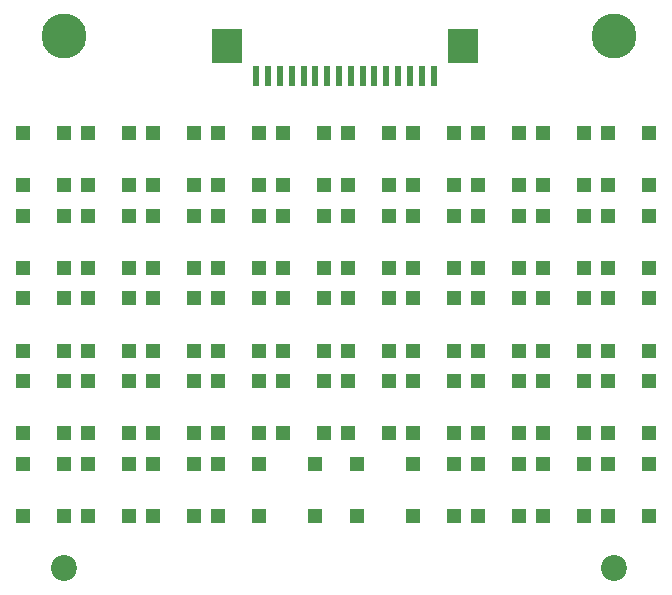
<source format=gbr>
%TF.GenerationSoftware,KiCad,Pcbnew,8.0.6-1.fc40*%
%TF.CreationDate,2025-02-15T15:48:19+01:00*%
%TF.ProjectId,airMouse-keyboard,6169724d-6f75-4736-952d-6b6579626f61,RC1*%
%TF.SameCoordinates,Original*%
%TF.FileFunction,Soldermask,Top*%
%TF.FilePolarity,Negative*%
%FSLAX46Y46*%
G04 Gerber Fmt 4.6, Leading zero omitted, Abs format (unit mm)*
G04 Created by KiCad (PCBNEW 8.0.6-1.fc40) date 2025-02-15 15:48:19*
%MOMM*%
%LPD*%
G01*
G04 APERTURE LIST*
%ADD10R,0.600000X1.800000*%
%ADD11R,2.500000X3.000000*%
%ADD12C,3.800000*%
%ADD13C,2.200000*%
%ADD14R,1.200000X1.200000*%
G04 APERTURE END LIST*
D10*
%TO.C,J1*%
X121250000Y-80400000D03*
X120250000Y-80400000D03*
X119250000Y-80400000D03*
X118250000Y-80400000D03*
X117250000Y-80400000D03*
X116250000Y-80400000D03*
X115250000Y-80400000D03*
X114250000Y-80400000D03*
X113250000Y-80400000D03*
X112250000Y-80400000D03*
X111250000Y-80400000D03*
X110250000Y-80400000D03*
X109250000Y-80400000D03*
X108250000Y-80400000D03*
X107250000Y-80400000D03*
X106250000Y-80400000D03*
D11*
X123750000Y-77800000D03*
X103750000Y-77800000D03*
%TD*%
D12*
%TO.C,H4*%
X90000000Y-77000000D03*
%TD*%
%TO.C,H3*%
X136500000Y-77000000D03*
%TD*%
D13*
%TO.C,H2*%
X90000000Y-122000000D03*
%TD*%
%TO.C,H1*%
X136500000Y-122000000D03*
%TD*%
D14*
%TO.C,SW24*%
X103000000Y-99175000D03*
X103000000Y-103625000D03*
X106500000Y-99175000D03*
X106500000Y-103625000D03*
%TD*%
%TO.C,SW9*%
X130500000Y-85175000D03*
X130500000Y-89625000D03*
X134000000Y-85175000D03*
X134000000Y-89625000D03*
%TD*%
%TO.C,SW44*%
X103000000Y-113175000D03*
X103000000Y-117625000D03*
X106500000Y-113175000D03*
X106500000Y-117625000D03*
%TD*%
%TO.C,SW33*%
X97500000Y-106175000D03*
X97500000Y-110625000D03*
X101000000Y-106175000D03*
X101000000Y-110625000D03*
%TD*%
%TO.C,SW3*%
X97500000Y-85175000D03*
X97500000Y-89625000D03*
X101000000Y-85175000D03*
X101000000Y-89625000D03*
%TD*%
%TO.C,SW1*%
X86500000Y-85175000D03*
X86500000Y-89625000D03*
X90000000Y-85175000D03*
X90000000Y-89625000D03*
%TD*%
%TO.C,SW16*%
X114000000Y-92175000D03*
X114000000Y-96625000D03*
X117500000Y-92175000D03*
X117500000Y-96625000D03*
%TD*%
%TO.C,SW32*%
X92000000Y-106175000D03*
X92000000Y-110625000D03*
X95500000Y-106175000D03*
X95500000Y-110625000D03*
%TD*%
%TO.C,SW28*%
X125000000Y-99175000D03*
X125000000Y-103625000D03*
X128500000Y-99175000D03*
X128500000Y-103625000D03*
%TD*%
%TO.C,SW46*%
X119500000Y-113175000D03*
X119500000Y-117625000D03*
X123000000Y-113175000D03*
X123000000Y-117625000D03*
%TD*%
%TO.C,SW37*%
X119500000Y-106175000D03*
X119500000Y-110625000D03*
X123000000Y-106175000D03*
X123000000Y-110625000D03*
%TD*%
%TO.C,SW5*%
X108500000Y-85175000D03*
X108500000Y-89625000D03*
X112000000Y-85175000D03*
X112000000Y-89625000D03*
%TD*%
%TO.C,SW10*%
X136000000Y-85175000D03*
X136000000Y-89625000D03*
X139500000Y-85175000D03*
X139500000Y-89625000D03*
%TD*%
%TO.C,SW17*%
X119500000Y-92175000D03*
X119500000Y-96625000D03*
X123000000Y-92175000D03*
X123000000Y-96625000D03*
%TD*%
%TO.C,SW19*%
X130500000Y-92175000D03*
X130500000Y-96625000D03*
X134000000Y-92175000D03*
X134000000Y-96625000D03*
%TD*%
%TO.C,SW41*%
X86500000Y-113175000D03*
X86500000Y-117625000D03*
X90000000Y-113175000D03*
X90000000Y-117625000D03*
%TD*%
%TO.C,SW26*%
X114000000Y-99175000D03*
X114000000Y-103625000D03*
X117500000Y-99175000D03*
X117500000Y-103625000D03*
%TD*%
%TO.C,SW49*%
X136000000Y-113175000D03*
X136000000Y-117625000D03*
X139500000Y-113175000D03*
X139500000Y-117625000D03*
%TD*%
%TO.C,SW31*%
X86500000Y-106175000D03*
X86500000Y-110625000D03*
X90000000Y-106175000D03*
X90000000Y-110625000D03*
%TD*%
%TO.C,SW45*%
X111250000Y-113175000D03*
X111250000Y-117625000D03*
X114750000Y-113175000D03*
X114750000Y-117625000D03*
%TD*%
%TO.C,SW2*%
X92000000Y-85175000D03*
X92000000Y-89625000D03*
X95500000Y-85175000D03*
X95500000Y-89625000D03*
%TD*%
%TO.C,SW6*%
X114000000Y-85175000D03*
X114000000Y-89625000D03*
X117500000Y-85175000D03*
X117500000Y-89625000D03*
%TD*%
%TO.C,SW39*%
X130500000Y-106175000D03*
X130500000Y-110625000D03*
X134000000Y-106175000D03*
X134000000Y-110625000D03*
%TD*%
%TO.C,SW4*%
X103000000Y-85175000D03*
X103000000Y-89625000D03*
X106500000Y-85175000D03*
X106500000Y-89625000D03*
%TD*%
%TO.C,SW25*%
X108500000Y-99175000D03*
X108500000Y-103625000D03*
X112000000Y-99175000D03*
X112000000Y-103625000D03*
%TD*%
%TO.C,SW21*%
X86500000Y-99175000D03*
X86500000Y-103625000D03*
X90000000Y-99175000D03*
X90000000Y-103625000D03*
%TD*%
%TO.C,SW13*%
X97500000Y-92175000D03*
X97500000Y-96625000D03*
X101000000Y-92175000D03*
X101000000Y-96625000D03*
%TD*%
%TO.C,SW48*%
X130500000Y-113175000D03*
X130500000Y-117625000D03*
X134000000Y-113175000D03*
X134000000Y-117625000D03*
%TD*%
%TO.C,SW18*%
X125000000Y-92175000D03*
X125000000Y-96625000D03*
X128500000Y-92175000D03*
X128500000Y-96625000D03*
%TD*%
%TO.C,SW34*%
X103000000Y-106175000D03*
X103000000Y-110625000D03*
X106500000Y-106175000D03*
X106500000Y-110625000D03*
%TD*%
%TO.C,SW23*%
X97500000Y-99175000D03*
X97500000Y-103625000D03*
X101000000Y-99175000D03*
X101000000Y-103625000D03*
%TD*%
%TO.C,SW20*%
X136000000Y-92175000D03*
X136000000Y-96625000D03*
X139500000Y-92175000D03*
X139500000Y-96625000D03*
%TD*%
%TO.C,SW27*%
X119500000Y-99175000D03*
X119500000Y-103625000D03*
X123000000Y-99175000D03*
X123000000Y-103625000D03*
%TD*%
%TO.C,SW11*%
X86500000Y-92175000D03*
X86500000Y-96625000D03*
X90000000Y-92175000D03*
X90000000Y-96625000D03*
%TD*%
%TO.C,SW38*%
X125000000Y-106175000D03*
X125000000Y-110625000D03*
X128500000Y-106175000D03*
X128500000Y-110625000D03*
%TD*%
%TO.C,SW36*%
X114000000Y-106175000D03*
X114000000Y-110625000D03*
X117500000Y-106175000D03*
X117500000Y-110625000D03*
%TD*%
%TO.C,SW8*%
X125000000Y-85175000D03*
X125000000Y-89625000D03*
X128500000Y-85175000D03*
X128500000Y-89625000D03*
%TD*%
%TO.C,SW7*%
X119500000Y-85175000D03*
X119500000Y-89625000D03*
X123000000Y-85175000D03*
X123000000Y-89625000D03*
%TD*%
%TO.C,SW29*%
X130500000Y-99175000D03*
X130500000Y-103625000D03*
X134000000Y-99175000D03*
X134000000Y-103625000D03*
%TD*%
%TO.C,SW42*%
X92000000Y-113175000D03*
X92000000Y-117625000D03*
X95500000Y-113175000D03*
X95500000Y-117625000D03*
%TD*%
%TO.C,SW47*%
X125000000Y-113175000D03*
X125000000Y-117625000D03*
X128500000Y-113175000D03*
X128500000Y-117625000D03*
%TD*%
%TO.C,SW22*%
X92000000Y-99175000D03*
X92000000Y-103625000D03*
X95500000Y-99175000D03*
X95500000Y-103625000D03*
%TD*%
%TO.C,SW35*%
X108500000Y-106175000D03*
X108500000Y-110625000D03*
X112000000Y-106175000D03*
X112000000Y-110625000D03*
%TD*%
%TO.C,SW40*%
X136000000Y-106175000D03*
X136000000Y-110625000D03*
X139500000Y-106175000D03*
X139500000Y-110625000D03*
%TD*%
%TO.C,SW15*%
X108500000Y-92175000D03*
X108500000Y-96625000D03*
X112000000Y-92175000D03*
X112000000Y-96625000D03*
%TD*%
%TO.C,SW30*%
X136000000Y-99175000D03*
X136000000Y-103625000D03*
X139500000Y-99175000D03*
X139500000Y-103625000D03*
%TD*%
%TO.C,SW43*%
X97500000Y-113175000D03*
X97500000Y-117625000D03*
X101000000Y-113175000D03*
X101000000Y-117625000D03*
%TD*%
%TO.C,SW12*%
X92000000Y-92175000D03*
X92000000Y-96625000D03*
X95500000Y-92175000D03*
X95500000Y-96625000D03*
%TD*%
%TO.C,SW14*%
X103000000Y-92175000D03*
X103000000Y-96625000D03*
X106500000Y-92175000D03*
X106500000Y-96625000D03*
%TD*%
M02*

</source>
